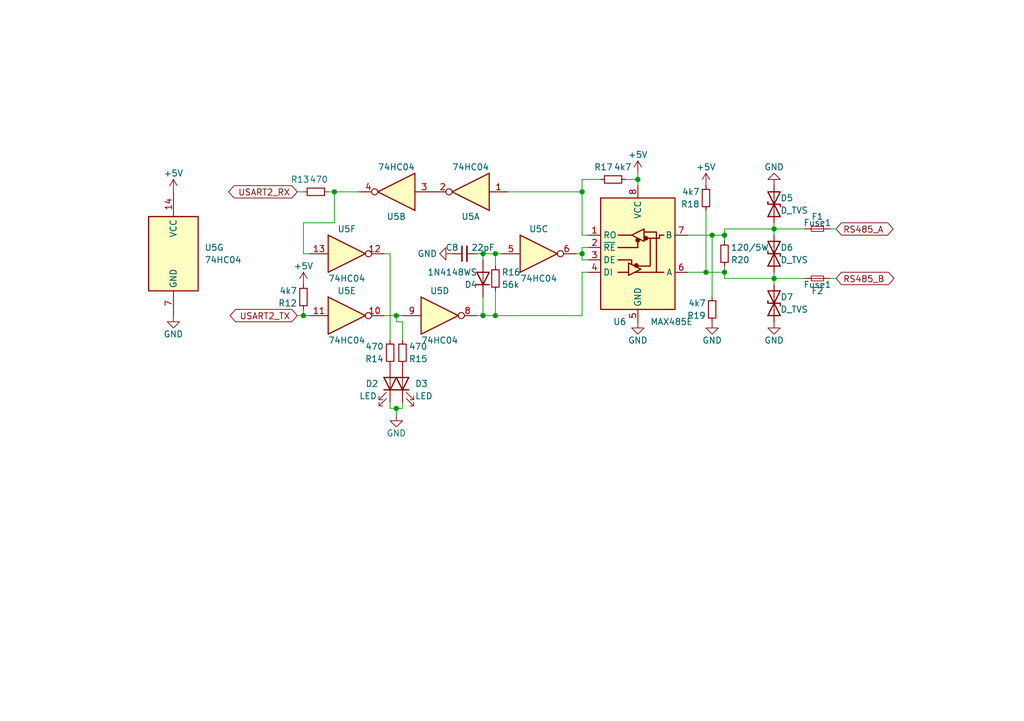
<source format=kicad_sch>
(kicad_sch (version 20211123) (generator eeschema)
  (paper "A5")
  (lib_symbols
    (symbol "74xx:74HC04"
      (property "Reference" "U" (at 0 1.27 0))
      (property "Value" "74HC04" (at 0 -1.27 0))
      (symbol "74HC04_1_0"
        (polyline (pts (xy -3.81 3.81) (xy -3.81 -3.81) (xy 3.81 0) (xy -3.81 3.81)) (stroke (width 0.254)) (fill (type background)))
        (pin input line (at -7.62 0 0) (length 3.81) (name "~") (number "1"))
        (pin output inverted (at 7.62 0 180) (length 3.81) (name "~") (number "2"))
      )
      (symbol "74HC04_2_0"
        (polyline (pts (xy -3.81 3.81) (xy -3.81 -3.81) (xy 3.81 0) (xy -3.81 3.81)) (stroke (width 0.254)) (fill (type background)))
        (pin input line (at -7.62 0 0) (length 3.81) (name "~") (number "3"))
        (pin output inverted (at 7.62 0 180) (length 3.81) (name "~") (number "4"))
      )
      (symbol "74HC04_3_0"
        (polyline (pts (xy -3.81 3.81) (xy -3.81 -3.81) (xy 3.81 0) (xy -3.81 3.81)) (stroke (width 0.254)) (fill (type background)))
        (pin input line (at -7.62 0 0) (length 3.81) (name "~") (number "5"))
        (pin output inverted (at 7.62 0 180) (length 3.81) (name "~") (number "6"))
      )
      (symbol "74HC04_4_0"
        (polyline (pts (xy -3.81 3.81) (xy -3.81 -3.81) (xy 3.81 0) (xy -3.81 3.81)) (stroke (width 0.254)) (fill (type background)))
        (pin output inverted (at 7.62 0 180) (length 3.81) (name "~") (number "8"))
        (pin input line (at -7.62 0 0) (length 3.81) (name "~") (number "9"))
      )
      (symbol "74HC04_5_0"
        (polyline (pts (xy -3.81 3.81) (xy -3.81 -3.81) (xy 3.81 0) (xy -3.81 3.81)) (stroke (width 0.254)) (fill (type background)))
        (pin output inverted (at 7.62 0 180) (length 3.81) (name "~") (number "10"))
        (pin input line (at -7.62 0 0) (length 3.81) (name "~") (number "11"))
      )
      (symbol "74HC04_6_0"
        (polyline (pts (xy -3.81 3.81) (xy -3.81 -3.81) (xy 3.81 0) (xy -3.81 3.81)) (stroke (width 0.254)) (fill (type background)))
        (pin output inverted (at 7.62 0 180) (length 3.81) (name "~") (number "12"))
        (pin input line (at -7.62 0 0) (length 3.81) (name "~") (number "13"))
      )
      (symbol "74HC04_7_0"
        (pin power_in line (at 0 12.7 270) (length 5.08) (name "VCC") (number "14"))
        (pin power_in line (at 0 -12.7 90) (length 5.08) (name "GND") (number "7"))
      )
      (symbol "74HC04_7_1"
        (rectangle (start -5.08 7.62) (end 5.08 -7.62) (stroke (width 0.254)) (fill (type background)))
      )
    )
    (symbol "Device:C_Small" (pin_numbers hide) (pin_names (offset 0.254) hide)
      (property "Reference" "C" (at 0.254 1.778 0))
      (property "Value" "C_Small" (at 0.254 -2.032 0))
      (symbol "C_Small_0_1"
        (polyline (pts (xy -1.524 -0.508) (xy 1.524 -0.508)) (stroke (width 0.3302)))
        (polyline (pts (xy -1.524 0.508) (xy 1.524 0.508)) (stroke (width 0.3048)))
      )
      (symbol "C_Small_1_1"
        (pin passive line (at 0 2.54 270) (length 2.032) (name "~") (number "1"))
        (pin passive line (at 0 -2.54 90) (length 2.032) (name "~") (number "2"))
      )
    )
    (symbol "Device:D_TVS" (pin_numbers hide) (pin_names (offset 1.016) hide)
      (property "Reference" "D" (at 0 2.54 0))
      (property "Value" "D_TVS" (at 0 -2.54 0))
      (symbol "D_TVS_0_1"
        (polyline (pts (xy 1.27 0) (xy -1.27 0)))
        (polyline (pts (xy 0.508 1.27) (xy 0 1.27) (xy 0 -1.27) (xy -0.508 -1.27)) (stroke (width 0.254)))
        (polyline (pts (xy -2.54 1.27) (xy -2.54 -1.27) (xy 2.54 1.27) (xy 2.54 -1.27) (xy -2.54 1.27)) (stroke (width 0.254)))
      )
      (symbol "D_TVS_1_1"
        (pin passive line (at -3.81 0 0) (length 2.54) (name "A1") (number "1"))
        (pin passive line (at 3.81 0 180) (length 2.54) (name "A2") (number "2"))
      )
    )
    (symbol "Device:Fuse_Small" (pin_numbers hide) (pin_names (offset 0.254) hide)
      (property "Reference" "F" (at 0 -1.524 0))
      (property "Value" "Fuse_Small" (at 0 1.524 0))
      (symbol "Fuse_Small_0_1"
        (rectangle (start -1.27 0.508) (end 1.27 -0.508))
        (polyline (pts (xy -1.27 0) (xy 1.27 0)))
      )
      (symbol "Fuse_Small_1_1"
        (pin passive line (at -2.54 0 0) (length 1.27) (name "~") (number "1"))
        (pin passive line (at 2.54 0 180) (length 1.27) (name "~") (number "2"))
      )
    )
    (symbol "Device:LED" (pin_numbers hide) (pin_names (offset 1.016) hide)
      (property "Reference" "D" (at 0 2.54 0))
      (property "Value" "LED" (at 0 -2.54 0))
      (symbol "LED_0_1"
        (polyline (pts (xy -1.27 -1.27) (xy -1.27 1.27)) (stroke (width 0.254)))
        (polyline (pts (xy -1.27 0) (xy 1.27 0)))
        (polyline (pts (xy 1.27 -1.27) (xy 1.27 1.27) (xy -1.27 0) (xy 1.27 -1.27)) (stroke (width 0.254)))
        (polyline (pts (xy -3.048 -0.762) (xy -4.572 -2.286) (xy -3.81 -2.286) (xy -4.572 -2.286) (xy -4.572 -1.524)))
        (polyline (pts (xy -1.778 -0.762) (xy -3.302 -2.286) (xy -2.54 -2.286) (xy -3.302 -2.286) (xy -3.302 -1.524)))
      )
      (symbol "LED_1_1"
        (pin passive line (at -3.81 0 0) (length 2.54) (name "K") (number "1"))
        (pin passive line (at 3.81 0 180) (length 2.54) (name "A") (number "2"))
      )
    )
    (symbol "Device:R_Small" (pin_numbers hide) (pin_names (offset 0.254) hide)
      (property "Reference" "R" (at 0.762 0.508 0))
      (property "Value" "R_Small" (at 0.762 -1.016 0))
      (symbol "R_Small_0_1"
        (rectangle (start -0.762 1.778) (end 0.762 -1.778) (stroke (width 0.2032)))
      )
      (symbol "R_Small_1_1"
        (pin passive line (at 0 2.54 270) (length 0.762) (name "~") (number "1"))
        (pin passive line (at 0 -2.54 90) (length 0.762) (name "~") (number "2"))
      )
    )
    (symbol "Diode:1N4148WS" (pin_numbers hide) (pin_names (offset 1.016) hide)
      (property "Reference" "D" (at 0 2.54 0))
      (property "Value" "1N4148WS" (at 0 -2.54 0))
      (symbol "1N4148WS_0_1"
        (polyline (pts (xy -1.27 1.27) (xy -1.27 -1.27)) (stroke (width 0.254)))
        (polyline (pts (xy 1.27 0) (xy -1.27 0)))
        (polyline (pts (xy 1.27 1.27) (xy 1.27 -1.27) (xy -1.27 0) (xy 1.27 1.27)) (stroke (width 0.254)))
      )
      (symbol "1N4148WS_1_1"
        (pin passive line (at -3.81 0 0) (length 2.54) (name "K") (number "1"))
        (pin passive line (at 3.81 0 180) (length 2.54) (name "A") (number "2"))
      )
    )
    (symbol "Interface_UART:MAX485E"
      (property "Reference" "U" (at -6.096 11.43 0))
      (property "Value" "MAX485E" (at 0.762 11.43 0))
      (symbol "MAX485E_0_1"
        (rectangle (start -7.62 10.16) (end 7.62 -12.7) (stroke (width 0.254)) (fill (type background)))
        (circle (center -0.3048 -3.683) (radius 0.3556) (stroke (width 0.254)) (fill (type outline)))
        (circle (center -0.0254 1.4986) (radius 0.3556) (stroke (width 0.254)) (fill (type outline)))
        (polyline (pts (xy -4.064 -5.08) (xy -1.905 -5.08)) (stroke (width 0.254)))
        (polyline (pts (xy -4.064 2.54) (xy -1.27 2.54)) (stroke (width 0.254)))
        (polyline (pts (xy -1.27 -3.2004) (xy -1.27 -3.4544)) (stroke (width 0.254)))
        (polyline (pts (xy -0.635 -5.08) (xy 5.334 -5.08)) (stroke (width 0.254)))
        (polyline (pts (xy -4.064 -2.54) (xy -1.27 -2.54) (xy -1.27 -3.175)) (stroke (width 0.254)))
        (polyline (pts (xy 0 1.27) (xy 0 0) (xy -4.064 0)) (stroke (width 0.254)))
        (polyline (pts (xy 1.27 3.175) (xy 3.81 3.175) (xy 3.81 -5.08)) (stroke (width 0.254)))
        (polyline (pts (xy 2.54 1.905) (xy 2.54 -3.81) (xy 0 -3.81)) (stroke (width 0.254)))
        (polyline (pts (xy -1.905 -3.175) (xy -1.905 -5.715) (xy 0.635 -4.445) (xy -1.905 -3.175)) (stroke (width 0.254)))
        (polyline (pts (xy -1.27 2.54) (xy 1.27 3.81) (xy 1.27 1.27) (xy -1.27 2.54)) (stroke (width 0.254)))
        (polyline (pts (xy 1.905 1.905) (xy 4.445 1.905) (xy 4.445 2.54) (xy 5.334 2.54)) (stroke (width 0.254)))
        (rectangle (start 1.27 3.175) (end 1.27 3.175))
        (circle (center 1.651 1.905) (radius 0.3556) (stroke (width 0.254)) (fill (type outline)))
      )
      (symbol "MAX485E_1_1"
        (pin output line (at -10.16 2.54 0) (length 2.54) (name "RO") (number "1"))
        (pin input line (at -10.16 0 0) (length 2.54) (name "~{RE}") (number "2"))
        (pin input line (at -10.16 -2.54 0) (length 2.54) (name "DE") (number "3"))
        (pin input line (at -10.16 -5.08 0) (length 2.54) (name "DI") (number "4"))
        (pin power_in line (at 0 -15.24 90) (length 2.54) (name "GND") (number "5"))
        (pin bidirectional line (at 10.16 -5.08 180) (length 2.54) (name "A") (number "6"))
        (pin bidirectional line (at 10.16 2.54 180) (length 2.54) (name "B") (number "7"))
        (pin power_in line (at 0 12.7 270) (length 2.54) (name "VCC") (number "8"))
      )
    )
    (symbol "power:+5V" (power) (pin_names (offset 0))
      (property "Value" "+5V" (at 0 3.556 0))
      (symbol "+5V_0_1"
        (polyline (pts (xy -0.762 1.27) (xy 0 2.54)))
        (polyline (pts (xy 0 0) (xy 0 2.54)))
        (polyline (pts (xy 0 2.54) (xy 0.762 1.27)))
      )
      (symbol "+5V_1_1"
        (pin power_in line (at 0 0 90) (length 0) hide (name "+5V") (number "1"))
      )
    )
    (symbol "power:GND" (power) (pin_names (offset 0))
      (property "Value" "GND" (at 0 -3.81 0))
      (symbol "GND_0_1"
        (polyline (pts (xy 0 0) (xy 0 -1.27) (xy 1.27 -1.27) (xy 0 -2.54) (xy -1.27 -1.27) (xy 0 -1.27)))
      )
      (symbol "GND_1_1"
        (pin power_in line (at 0 0 270) (length 0) hide (name "GND") (number "1"))
      )
    )
  )
  (junction (at 119.38 39.37))
  (junction (at 81.28 64.77))
  (junction (at 101.6 52.07))
  (junction (at 68.58 39.37))
  (junction (at 62.23 64.77))
  (junction (at 148.59 55.88))
  (junction (at 146.05 48.26))
  (junction (at 144.78 55.88))
  (junction (at 119.38 52.07))
  (junction (at 101.6 64.77))
  (junction (at 81.28 83.82))
  (junction (at 99.06 52.07))
  (junction (at 130.81 36.83))
  (junction (at 99.06 64.77))
  (junction (at 158.75 46.99))
  (junction (at 158.75 57.15))
  (junction (at 148.59 48.26))
  (wire (pts (xy 62.23 45.72) (xy 62.23 52.07)))
  (wire (pts (xy 148.59 48.26) (xy 146.05 48.26)))
  (wire (pts (xy 158.75 45.72) (xy 158.75 46.99)))
  (wire (pts (xy 140.97 48.26) (xy 146.05 48.26)))
  (wire (pts (xy 82.55 66.04) (xy 82.55 69.85)))
  (wire (pts (xy 170.18 57.15) (xy 171.45 57.15)))
  (wire (pts (xy 119.38 39.37) (xy 104.14 39.37)))
  (wire (pts (xy 130.81 36.83) (xy 130.81 38.1)))
  (wire (pts (xy 170.18 46.99) (xy 171.45 46.99)))
  (wire (pts (xy 158.75 55.88) (xy 158.75 57.15)))
  (wire (pts (xy 82.55 83.82) (xy 82.55 82.55)))
  (wire (pts (xy 81.28 83.82) (xy 82.55 83.82)))
  (wire (pts (xy 123.19 36.83) (xy 119.38 36.83)))
  (wire (pts (xy 78.74 64.77) (xy 81.28 64.77)))
  (wire (pts (xy 144.78 43.18) (xy 144.78 55.88)))
  (wire (pts (xy 148.59 55.88) (xy 144.78 55.88)))
  (wire (pts (xy 130.81 35.56) (xy 130.81 36.83)))
  (wire (pts (xy 81.28 64.77) (xy 81.28 66.04)))
  (wire (pts (xy 80.01 69.85) (xy 80.01 52.07)))
  (wire (pts (xy 67.31 39.37) (xy 68.58 39.37)))
  (wire (pts (xy 99.06 64.77) (xy 97.79 64.77)))
  (wire (pts (xy 101.6 64.77) (xy 99.06 64.77)))
  (wire (pts (xy 81.28 64.77) (xy 82.55 64.77)))
  (wire (pts (xy 119.38 55.88) (xy 119.38 64.77)))
  (wire (pts (xy 80.01 83.82) (xy 81.28 83.82)))
  (wire (pts (xy 97.79 52.07) (xy 99.06 52.07)))
  (wire (pts (xy 62.23 64.77) (xy 62.23 63.5)))
  (wire (pts (xy 60.96 39.37) (xy 62.23 39.37)))
  (wire (pts (xy 148.59 57.15) (xy 148.59 55.88)))
  (wire (pts (xy 120.65 53.34) (xy 119.38 53.34)))
  (wire (pts (xy 80.01 82.55) (xy 80.01 83.82)))
  (wire (pts (xy 68.58 39.37) (xy 68.58 45.72)))
  (wire (pts (xy 101.6 52.07) (xy 101.6 54.61)))
  (wire (pts (xy 144.78 55.88) (xy 140.97 55.88)))
  (wire (pts (xy 148.59 49.53) (xy 148.59 48.26)))
  (wire (pts (xy 102.87 52.07) (xy 101.6 52.07)))
  (wire (pts (xy 118.11 52.07) (xy 119.38 52.07)))
  (wire (pts (xy 148.59 46.99) (xy 148.59 48.26)))
  (wire (pts (xy 101.6 59.69) (xy 101.6 64.77)))
  (wire (pts (xy 158.75 57.15) (xy 158.75 58.42)))
  (wire (pts (xy 68.58 45.72) (xy 62.23 45.72)))
  (wire (pts (xy 148.59 57.15) (xy 158.75 57.15)))
  (wire (pts (xy 146.05 48.26) (xy 146.05 60.96)))
  (wire (pts (xy 119.38 36.83) (xy 119.38 39.37)))
  (wire (pts (xy 60.96 64.77) (xy 62.23 64.77)))
  (wire (pts (xy 158.75 46.99) (xy 165.1 46.99)))
  (wire (pts (xy 81.28 83.82) (xy 81.28 85.09)))
  (wire (pts (xy 158.75 48.26) (xy 158.75 46.99)))
  (wire (pts (xy 128.27 36.83) (xy 130.81 36.83)))
  (wire (pts (xy 63.5 64.77) (xy 62.23 64.77)))
  (wire (pts (xy 99.06 60.96) (xy 99.06 64.77)))
  (wire (pts (xy 63.5 52.07) (xy 62.23 52.07)))
  (wire (pts (xy 148.59 46.99) (xy 158.75 46.99)))
  (wire (pts (xy 119.38 48.26) (xy 119.38 39.37)))
  (wire (pts (xy 80.01 52.07) (xy 78.74 52.07)))
  (wire (pts (xy 81.28 66.04) (xy 82.55 66.04)))
  (wire (pts (xy 119.38 53.34) (xy 119.38 52.07)))
  (wire (pts (xy 120.65 48.26) (xy 119.38 48.26)))
  (wire (pts (xy 119.38 52.07) (xy 119.38 50.8)))
  (wire (pts (xy 119.38 50.8) (xy 120.65 50.8)))
  (wire (pts (xy 99.06 52.07) (xy 99.06 53.34)))
  (wire (pts (xy 148.59 54.61) (xy 148.59 55.88)))
  (wire (pts (xy 73.66 39.37) (xy 68.58 39.37)))
  (wire (pts (xy 101.6 52.07) (xy 99.06 52.07)))
  (wire (pts (xy 120.65 55.88) (xy 119.38 55.88)))
  (wire (pts (xy 158.75 57.15) (xy 165.1 57.15)))
  (wire (pts (xy 119.38 64.77) (xy 101.6 64.77)))
  (global_label "RS485_B" (shape bidirectional) (at 171.45 57.15 0) (property "Intersheet References" "${INTERSHEET_REFS}" (effects hide)))
  (global_label "USART2_RX" (shape bidirectional) (at 60.96 39.37 180) (property "Intersheet References" "${INTERSHEET_REFS}" (effects hide)))
  (global_label "USART2_TX" (shape bidirectional) (at 60.96 64.77 180) (property "Intersheet References" "${INTERSHEET_REFS}" (effects hide)))
  (global_label "RS485_A" (shape bidirectional) (at 171.45 46.99 0) (property "Intersheet References" "${INTERSHEET_REFS}" (effects hide)))
  (symbol (lib_id "74xx:74HC04") (at 96.52 39.37 180) (unit 1)
    (property "Reference" "U5" (at 96.52 44.45 0))
    (property "Value" "74HC04" (at 96.52 34.29 0))
    (property "Footprint" "Package_SO:SOIC-14_3.9x8.7mm_P1.27mm" (effects hide))
    (property "Datasheet" "https://assets.nexperia.com/documents/data-sheet/74HC_HCT04.pdf" (effects hide))
  )
  (symbol (lib_id "Device:R_Small") (at 146.05 63.5 180) (unit 1)
    (property "Reference" "R19" (at 144.78 64.77 0) (effects (justify left)))
    (property "Value" "4k7" (at 144.78 62.23 0) (effects (justify left)))
    (property "Footprint" "Resistor_SMD:R_0603_1608Metric" (effects hide))
  )
  (symbol (lib_id "power:GND") (at 146.05 66.04 0) (unit 1)
    (property "Reference" "#PWR034" (effects hide))
    (property "Value" "GND" (at 146.05 69.85 0))
  )
  (symbol (lib_id "Device:R_Small") (at 148.59 52.07 0) (mirror x) (unit 1)
    (property "Reference" "R20" (at 149.86 53.34 0) (effects (justify left)))
    (property "Value" "120/5W" (at 149.86 50.8 0) (effects (justify left)))
    (property "Footprint" "Resistor_SMD:R_0805_2012Metric" (effects hide))
  )
  (symbol (lib_id "power:GND") (at 92.71 52.07 270) (unit 1)
    (property "Reference" "#PWR030" (effects hide))
    (property "Value" "GND" (at 87.63 52.07 90))
  )
  (symbol (lib_id "power:GND") (at 35.56 64.77 0) (unit 1)
    (property "Reference" "#PWR027" (effects hide))
    (property "Value" "GND" (at 35.56 68.58 0))
  )
  (symbol (lib_id "Device:D_TVS") (at 158.75 52.07 90) (unit 1)
    (property "Reference" "D6" (at 160.02 50.8 90) (effects (justify right)))
    (property "Value" "D_TVS" (at 160.02 53.34 90) (effects (justify right)))
    (property "Footprint" "Diode_SMD:D_SMA" (effects hide))
  )
  (symbol (lib_id "power:+5V") (at 35.56 39.37 0) (unit 1)
    (property "Reference" "#PWR026" (effects hide))
    (property "Value" "+5V" (at 35.56 35.56 0))
  )
  (symbol (lib_id "power:GND") (at 158.75 38.1 180) (unit 1)
    (property "Reference" "#PWR035" (effects hide))
    (property "Value" "GND" (at 158.75 34.29 0))
  )
  (symbol (lib_id "Device:Fuse_Small") (at 167.64 46.99 0) (unit 1)
    (property "Reference" "F1" (at 167.64 44.45 0))
    (property "Value" "Fuse1" (at 167.64 45.72 0))
    (property "Footprint" "Fuse:Fuse_2512_6332Metric" (effects hide))
  )
  (symbol (lib_id "power:GND") (at 158.75 66.04 0) (unit 1)
    (property "Reference" "#PWR036" (effects hide))
    (property "Value" "GND" (at 158.75 69.85 0))
  )
  (symbol (lib_id "74xx:74HC04") (at 35.56 52.07 0) (unit 7)
    (property "Reference" "U5" (at 41.91 50.7999 0) (effects (justify left)))
    (property "Value" "74HC04" (at 41.91 53.3399 0) (effects (justify left)))
    (property "Footprint" "Package_SO:SOIC-14_3.9x8.7mm_P1.27mm" (effects hide))
    (property "Datasheet" "https://assets.nexperia.com/documents/data-sheet/74HC_HCT04.pdf" (effects hide))
  )
  (symbol (lib_id "Device:R_Small") (at 125.73 36.83 90) (unit 1)
    (property "Reference" "R17" (at 125.73 34.29 90) (effects (justify left)))
    (property "Value" "4k7" (at 129.54 34.29 90) (effects (justify left)))
    (property "Footprint" "Resistor_SMD:R_0603_1608Metric" (effects hide))
  )
  (symbol (lib_id "power:GND") (at 130.81 66.04 0) (unit 1)
    (property "Reference" "#PWR032" (effects hide))
    (property "Value" "GND" (at 130.81 69.85 0))
  )
  (symbol (lib_id "power:GND") (at 81.28 85.09 0) (unit 1)
    (property "Reference" "#PWR029" (effects hide))
    (property "Value" "GND" (at 81.28 88.9 0))
  )
  (symbol (lib_id "Device:R_Small") (at 64.77 39.37 90) (unit 1)
    (property "Reference" "R13" (at 63.5 36.83 90) (effects (justify left)))
    (property "Value" "470" (at 67.31 36.83 90) (effects (justify left)))
    (property "Footprint" "Resistor_SMD:R_0603_1608Metric" (effects hide))
  )
  (symbol (lib_id "74xx:74HC04") (at 71.12 52.07 0) (unit 6)
    (property "Reference" "U5" (at 71.12 46.99 0))
    (property "Value" "74HC04" (at 71.12 57.15 0))
    (property "Footprint" "Package_SO:SOIC-14_3.9x8.7mm_P1.27mm" (effects hide))
    (property "Datasheet" "https://assets.nexperia.com/documents/data-sheet/74HC_HCT04.pdf" (effects hide))
  )
  (symbol (lib_id "74xx:74HC04") (at 81.28 39.37 180) (unit 2)
    (property "Reference" "U5" (at 81.28 44.45 0))
    (property "Value" "74HC04" (at 81.28 34.29 0))
    (property "Footprint" "Package_SO:SOIC-14_3.9x8.7mm_P1.27mm" (effects hide))
    (property "Datasheet" "https://assets.nexperia.com/documents/data-sheet/74HC_HCT04.pdf" (effects hide))
  )
  (symbol (lib_id "Interface_UART:MAX485E") (at 130.81 50.8 0) (unit 1)
    (property "Reference" "U6" (at 125.73 66.04 0) (effects (justify left)))
    (property "Value" "MAX485E" (at 133.35 66.04 0) (effects (justify left)))
    (property "Footprint" "Package_SO:SOIC-8_3.9x4.9mm_P1.27mm" (effects hide))
    (property "Datasheet" "https://datasheets.maximintegrated.com/en/ds/MAX1487E-MAX491E.pdf" (effects hide))
  )
  (symbol (lib_id "power:+5V") (at 144.78 38.1 0) (unit 1)
    (property "Reference" "#PWR033" (effects hide))
    (property "Value" "+5V" (at 144.78 34.29 0))
  )
  (symbol (lib_id "Diode:1N4148WS") (at 99.06 57.15 90) (unit 1)
    (property "Reference" "D4" (at 95.25 58.42 90) (effects (justify right)))
    (property "Value" "1N4148WS" (at 87.63 55.88 90) (effects (justify right)))
    (property "Footprint" "Diode_SMD:D_SOD-323" (effects hide))
    (property "Datasheet" "https://www.vishay.com/docs/85751/1n4148ws.pdf" (effects hide))
  )
  (symbol (lib_id "Device:R_Small") (at 101.6 57.15 0) (unit 1)
    (property "Reference" "R16" (at 102.87 55.88 0) (effects (justify left)))
    (property "Value" "56k" (at 102.87 58.42 0) (effects (justify left)))
    (property "Footprint" "Resistor_SMD:R_0603_1608Metric" (effects hide))
  )
  (symbol (lib_id "Device:LED") (at 80.01 78.74 270) (mirror x) (unit 1)
    (property "Reference" "D2" (at 74.93 78.74 90) (effects (justify left)))
    (property "Value" "LED" (at 73.66 81.28 90) (effects (justify left)))
    (property "Footprint" "LED_SMD:LED_0603_1608Metric" (effects hide))
  )
  (symbol (lib_id "Device:D_TVS") (at 158.75 41.91 90) (unit 1)
    (property "Reference" "D5" (at 160.02 40.64 90) (effects (justify right)))
    (property "Value" "D_TVS" (at 160.02 43.18 90) (effects (justify right)))
    (property "Footprint" "Diode_SMD:D_SMA" (effects hide))
  )
  (symbol (lib_id "power:+5V") (at 62.23 58.42 0) (unit 1)
    (property "Reference" "#PWR028" (effects hide))
    (property "Value" "+5V" (at 62.23 54.61 0))
  )
  (symbol (lib_id "Device:D_TVS") (at 158.75 62.23 90) (unit 1)
    (property "Reference" "D7" (at 160.02 60.96 90) (effects (justify right)))
    (property "Value" "D_TVS" (at 160.02 63.5 90) (effects (justify right)))
    (property "Footprint" "Diode_SMD:D_SMA" (effects hide))
  )
  (symbol (lib_id "Device:C_Small") (at 95.25 52.07 90) (unit 1)
    (property "Reference" "C8" (at 92.71 50.8 90))
    (property "Value" "22pF" (at 99.06 50.8 90))
    (property "Footprint" "Capacitor_SMD:C_0603_1608Metric" (effects hide))
  )
  (symbol (lib_id "Device:R_Small") (at 62.23 60.96 180) (unit 1)
    (property "Reference" "R12" (at 60.96 62.23 0) (effects (justify left)))
    (property "Value" "4k7" (at 60.96 59.69 0) (effects (justify left)))
    (property "Footprint" "Resistor_SMD:R_0603_1608Metric" (effects hide))
  )
  (symbol (lib_id "Device:R_Small") (at 82.55 72.39 0) (mirror x) (unit 1)
    (property "Reference" "R15" (at 83.82 73.66 0) (effects (justify left)))
    (property "Value" "470" (at 83.82 71.12 0) (effects (justify left)))
    (property "Footprint" "Resistor_SMD:R_0603_1608Metric" (effects hide))
  )
  (symbol (lib_id "74xx:74HC04") (at 90.17 64.77 0) (unit 4)
    (property "Reference" "U5" (at 90.17 59.69 0))
    (property "Value" "74HC04" (at 90.17 69.85 0))
    (property "Footprint" "Package_SO:SOIC-14_3.9x8.7mm_P1.27mm" (effects hide))
    (property "Datasheet" "https://assets.nexperia.com/documents/data-sheet/74HC_HCT04.pdf" (effects hide))
  )
  (symbol (lib_id "Device:R_Small") (at 80.01 72.39 180) (unit 1)
    (property "Reference" "R14" (at 78.74 73.66 0) (effects (justify left)))
    (property "Value" "470" (at 78.74 71.12 0) (effects (justify left)))
    (property "Footprint" "Resistor_SMD:R_0603_1608Metric" (effects hide))
  )
  (symbol (lib_id "power:+5V") (at 130.81 35.56 0) (unit 1)
    (property "Reference" "#PWR031" (effects hide))
    (property "Value" "+5V" (at 130.81 31.75 0))
  )
  (symbol (lib_id "74xx:74HC04") (at 110.49 52.07 0) (unit 3)
    (property "Reference" "U5" (at 110.49 46.99 0))
    (property "Value" "74HC04" (at 110.49 57.15 0))
    (property "Footprint" "Package_SO:SOIC-14_3.9x8.7mm_P1.27mm" (effects hide))
    (property "Datasheet" "https://assets.nexperia.com/documents/data-sheet/74HC_HCT04.pdf" (effects hide))
  )
  (symbol (lib_id "Device:Fuse_Small") (at 167.64 57.15 0) (mirror x) (unit 1)
    (property "Reference" "F2" (at 167.64 59.69 0))
    (property "Value" "Fuse1" (at 167.64 58.42 0))
    (property "Footprint" "Fuse:Fuse_2512_6332Metric" (effects hide))
  )
  (symbol (lib_id "74xx:74HC04") (at 71.12 64.77 0) (unit 5)
    (property "Reference" "U5" (at 71.12 59.69 0))
    (property "Value" "74HC04" (at 71.12 69.85 0))
    (property "Footprint" "Package_SO:SOIC-14_3.9x8.7mm_P1.27mm" (effects hide))
    (property "Datasheet" "https://assets.nexperia.com/documents/data-sheet/74HC_HCT04.pdf" (effects hide))
  )
  (symbol (lib_id "Device:R_Small") (at 144.78 40.64 180) (unit 1)
    (property "Reference" "R18" (at 143.51 41.91 0) (effects (justify left)))
    (property "Value" "4k7" (at 143.51 39.37 0) (effects (justify left)))
    (property "Footprint" "Resistor_SMD:R_0603_1608Metric" (effects hide))
  )
  (symbol (lib_id "Device:LED") (at 82.55 78.74 90) (unit 1)
    (property "Reference" "D3" (at 85.09 78.74 90) (effects (justify right)))
    (property "Value" "LED" (at 85.09 81.28 90) (effects (justify right)))
    (property "Footprint" "LED_SMD:LED_0603_1608Metric" (effects hide))
  )
)
</source>
